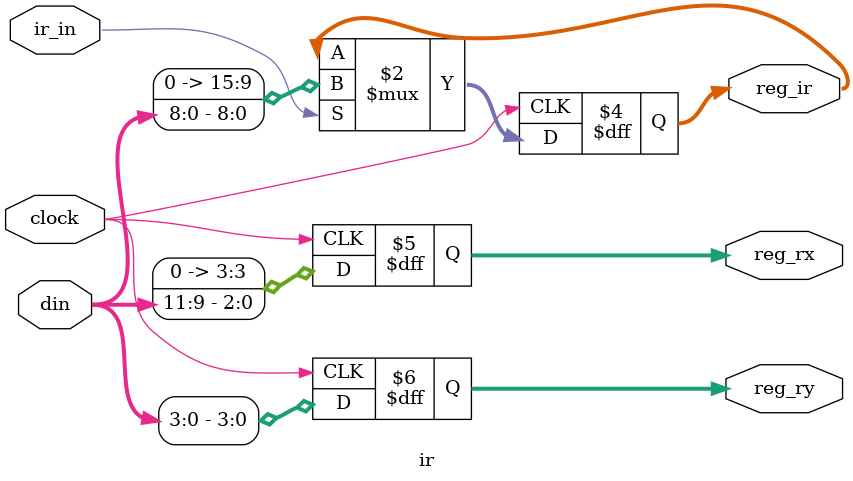
<source format=v>
module ir(din,ir_in, clock, reg_ir, reg_rx, reg_ry); //ir_in run.
	
	input [15:0] din;
	input ir_in, clock;
	output reg [15:0] reg_ir;
	output reg [3:0] reg_rx, reg_ry;

	always@(posedge clock) begin
		if(ir_in)
			reg_ir <= din[8:0];
			reg_rx <= din[11:9];
			reg_ry <= din[3:0];
	end
	
endmodule

</source>
